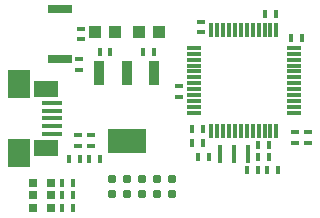
<source format=gtp>
G75*
%MOIN*%
%OFA0B0*%
%FSLAX25Y25*%
%IPPOS*%
%LPD*%
%AMOC8*
5,1,8,0,0,1.08239X$1,22.5*
%
%ADD10R,0.01800X0.03000*%
%ADD11R,0.03937X0.04331*%
%ADD12R,0.03000X0.01800*%
%ADD13R,0.06693X0.01772*%
%ADD14R,0.08268X0.05807*%
%ADD15R,0.07480X0.09350*%
%ADD16R,0.12795X0.08465*%
%ADD17R,0.03740X0.08465*%
%ADD18R,0.01181X0.04724*%
%ADD19R,0.04724X0.01181*%
%ADD20R,0.01575X0.06299*%
%ADD21C,0.03100*%
%ADD22R,0.03150X0.03150*%
%ADD23R,0.07874X0.03150*%
D10*
X0051031Y0021575D03*
X0054631Y0021575D03*
X0054681Y0025875D03*
X0051081Y0025875D03*
X0051056Y0030100D03*
X0054656Y0030100D03*
X0053456Y0038100D03*
X0057056Y0038100D03*
X0060131Y0038100D03*
X0063731Y0038100D03*
X0094531Y0043250D03*
X0098131Y0043250D03*
X0098056Y0047875D03*
X0094456Y0047875D03*
X0096506Y0038750D03*
X0100106Y0038750D03*
X0112756Y0034300D03*
X0116356Y0034300D03*
X0119381Y0034300D03*
X0122981Y0034300D03*
X0120131Y0038725D03*
X0116531Y0038725D03*
X0116531Y0042825D03*
X0120131Y0042825D03*
X0081606Y0073725D03*
X0078006Y0073725D03*
X0067206Y0073725D03*
X0063606Y0073725D03*
X0118656Y0086200D03*
X0122256Y0086200D03*
X0127356Y0078400D03*
X0130956Y0078400D03*
D11*
X0083302Y0080400D03*
X0076609Y0080400D03*
X0068827Y0080300D03*
X0062134Y0080300D03*
D12*
X0057256Y0081500D03*
X0057256Y0077900D03*
X0056556Y0071400D03*
X0056556Y0067800D03*
X0090206Y0062400D03*
X0090206Y0058800D03*
X0060656Y0045900D03*
X0056456Y0045900D03*
X0056456Y0042300D03*
X0060656Y0042300D03*
X0128856Y0043500D03*
X0132931Y0043500D03*
X0132931Y0047100D03*
X0128856Y0047100D03*
X0097356Y0080200D03*
X0097356Y0083800D03*
D13*
X0047679Y0056657D03*
X0047679Y0054098D03*
X0047679Y0051539D03*
X0047679Y0048980D03*
X0047679Y0046420D03*
D14*
X0045711Y0041696D03*
X0045711Y0061381D03*
D15*
X0036656Y0063153D03*
X0036656Y0039924D03*
D16*
X0072581Y0043950D03*
D17*
X0072581Y0066785D03*
X0081636Y0066785D03*
X0063525Y0066785D03*
D18*
X0100856Y0080965D03*
X0102824Y0080965D03*
X0104793Y0080965D03*
X0106761Y0080965D03*
X0108730Y0080965D03*
X0110698Y0080965D03*
X0112667Y0080965D03*
X0114635Y0080965D03*
X0116604Y0080965D03*
X0118572Y0080965D03*
X0120541Y0080965D03*
X0122509Y0080965D03*
X0122509Y0047500D03*
X0120541Y0047500D03*
X0118572Y0047500D03*
X0116604Y0047500D03*
X0114635Y0047500D03*
X0112667Y0047500D03*
X0110698Y0047500D03*
X0108730Y0047500D03*
X0106761Y0047500D03*
X0104793Y0047500D03*
X0102824Y0047500D03*
X0100856Y0047500D03*
D19*
X0094950Y0053406D03*
X0094950Y0055374D03*
X0094950Y0057343D03*
X0094950Y0059311D03*
X0094950Y0061280D03*
X0094950Y0063248D03*
X0094950Y0065217D03*
X0094950Y0067185D03*
X0094950Y0069154D03*
X0094950Y0071122D03*
X0094950Y0073091D03*
X0094950Y0075059D03*
X0128415Y0075059D03*
X0128415Y0073091D03*
X0128415Y0071122D03*
X0128415Y0069154D03*
X0128415Y0067185D03*
X0128415Y0065217D03*
X0128415Y0063248D03*
X0128415Y0061280D03*
X0128415Y0059311D03*
X0128415Y0057343D03*
X0128415Y0055374D03*
X0128415Y0053406D03*
D20*
X0113056Y0039700D03*
X0108331Y0039700D03*
X0103607Y0039700D03*
D21*
X0087856Y0031400D03*
X0082856Y0031400D03*
X0077856Y0031400D03*
X0072856Y0031400D03*
X0067856Y0031400D03*
X0067856Y0026400D03*
X0072856Y0026400D03*
X0077856Y0026400D03*
X0082856Y0026400D03*
X0087856Y0026400D03*
D22*
X0041503Y0021750D03*
X0047408Y0021750D03*
X0047308Y0025900D03*
X0041403Y0025900D03*
X0041528Y0030125D03*
X0047433Y0030125D03*
D23*
X0050356Y0071357D03*
X0050356Y0087893D03*
M02*

</source>
